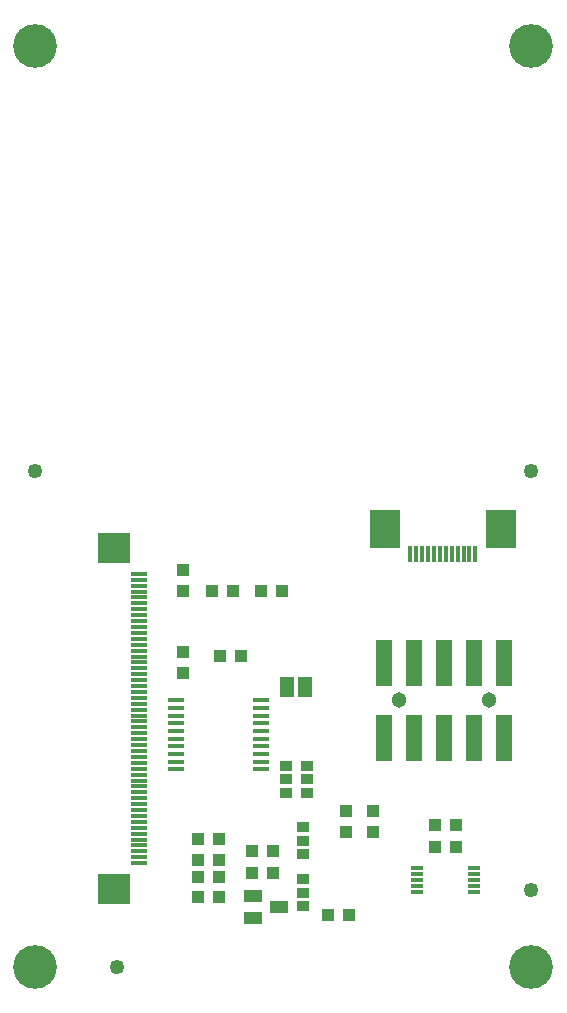
<source format=gbr>
G04 #@! TF.GenerationSoftware,KiCad,Pcbnew,5.1.6-c6e7f7d~87~ubuntu18.04.1*
G04 #@! TF.CreationDate,2022-09-30T15:40:45+03:00*
G04 #@! TF.ProjectId,MOD-LCD2.8RTP_Rev_C,4d4f442d-4c43-4443-922e-385254505f52,C*
G04 #@! TF.SameCoordinates,Original*
G04 #@! TF.FileFunction,Soldermask,Top*
G04 #@! TF.FilePolarity,Negative*
%FSLAX46Y46*%
G04 Gerber Fmt 4.6, Leading zero omitted, Abs format (unit mm)*
G04 Created by KiCad (PCBNEW 5.1.6-c6e7f7d~87~ubuntu18.04.1) date 2022-09-30 15:40:45*
%MOMM*%
%LPD*%
G01*
G04 APERTURE LIST*
%ADD10R,1.270000X1.701800*%
%ADD11R,1.371600X0.426600*%
%ADD12R,1.117600X0.863600*%
%ADD13R,1.117600X1.117600*%
%ADD14R,1.371600X3.911600*%
%ADD15C,1.301600*%
%ADD16R,1.501600X1.101600*%
%ADD17C,3.700000*%
%ADD18R,0.351600X1.401600*%
%ADD19R,2.601600X3.301600*%
%ADD20C,1.254000*%
%ADD21R,1.401600X0.351600*%
%ADD22R,2.701600X2.501600*%
%ADD23R,1.101600X0.351600*%
G04 APERTURE END LIST*
D10*
X71818500Y-113284000D03*
X70294500Y-113284000D03*
D11*
X60882500Y-114414999D03*
X60882500Y-115064999D03*
X60882500Y-115714999D03*
X60882500Y-116364999D03*
X60882500Y-117014999D03*
X60882500Y-117664999D03*
X60882500Y-118314999D03*
X60882500Y-118964999D03*
X60882500Y-119614999D03*
X60882500Y-120264999D03*
X68121500Y-120264999D03*
X68121500Y-119614999D03*
X68121500Y-118964999D03*
X68121500Y-118314999D03*
X68121500Y-117664999D03*
X68121500Y-117014999D03*
X68121500Y-116364999D03*
X68121500Y-115714999D03*
X68121500Y-115064999D03*
X68121500Y-114414999D03*
D12*
X72000000Y-122243000D03*
X72000000Y-121100000D03*
X72000000Y-119957000D03*
X70200000Y-122243000D03*
X70200000Y-121100000D03*
X70200000Y-119957000D03*
X71700000Y-125157000D03*
X71700000Y-126300000D03*
X71700000Y-127443000D03*
X71700000Y-131843000D03*
X71700000Y-130700000D03*
X71700000Y-129557000D03*
D13*
X61468000Y-105156000D03*
X61468000Y-103378000D03*
X61468000Y-110363000D03*
X61468000Y-112141000D03*
X73736200Y-132613400D03*
X75514200Y-132613400D03*
D14*
X78520000Y-117575000D03*
X78520000Y-111225000D03*
X81060000Y-117575000D03*
X81060000Y-111225000D03*
X83600000Y-117575000D03*
X83600000Y-111225000D03*
X86140000Y-117575000D03*
X86140000Y-111225000D03*
X88680000Y-117575000D03*
X88680000Y-111225000D03*
D15*
X87410000Y-114400000D03*
X79790000Y-114400000D03*
D16*
X67392560Y-130950040D03*
X67392560Y-132852500D03*
X69602360Y-131897460D03*
D13*
X62800000Y-126200000D03*
X64578000Y-126200000D03*
X62811000Y-127900000D03*
X64589000Y-127900000D03*
X62811000Y-129400000D03*
X64589000Y-129400000D03*
X62811000Y-131100000D03*
X64589000Y-131100000D03*
D17*
X91000000Y-59000000D03*
X49000000Y-59000000D03*
X49000000Y-137000000D03*
X91000000Y-137000000D03*
D13*
X66407000Y-110667800D03*
X64629000Y-110667800D03*
X77597000Y-125574000D03*
X77597000Y-123796000D03*
X75311000Y-125574001D03*
X75311000Y-123796001D03*
X67311000Y-127200000D03*
X69089000Y-127200000D03*
X67311000Y-129000000D03*
X69089000Y-129000000D03*
X69889000Y-105150000D03*
X68111000Y-105150000D03*
X65694476Y-105150000D03*
X63916476Y-105150000D03*
D18*
X86250000Y-102050000D03*
X85750000Y-102050000D03*
X85250000Y-102050000D03*
X84750000Y-102050000D03*
X84250000Y-102050000D03*
X83750000Y-102050000D03*
D19*
X88400000Y-99950000D03*
X78600000Y-99950000D03*
D18*
X83250000Y-102050000D03*
X82750000Y-102050000D03*
X82250000Y-102050000D03*
X81750000Y-102050000D03*
X81250000Y-102050000D03*
X80750000Y-102050000D03*
D20*
X91000000Y-130500000D03*
X49000000Y-95000000D03*
X91000000Y-95000000D03*
X55880000Y-137000000D03*
D21*
X57750000Y-128210000D03*
X57750000Y-127710000D03*
X57750000Y-127210000D03*
X57750000Y-126710000D03*
X57750000Y-126210000D03*
X57750000Y-125710000D03*
X57750000Y-125210000D03*
X57750000Y-124710000D03*
X57750000Y-124210000D03*
X57750000Y-123710000D03*
X57750000Y-123210000D03*
X57750000Y-122710000D03*
X57750000Y-122210000D03*
X57750000Y-121710000D03*
X57750000Y-121210000D03*
X57750000Y-120710000D03*
X57750000Y-120210000D03*
X57750000Y-119710000D03*
X57750000Y-119210000D03*
X57750000Y-118710000D03*
X57750000Y-118210000D03*
X57750000Y-117710000D03*
X57750000Y-117210000D03*
X57750000Y-116710000D03*
X57750000Y-116210000D03*
X57750000Y-115710000D03*
X57750000Y-115210000D03*
X57750000Y-114710000D03*
X57750000Y-114210000D03*
X57750000Y-113710000D03*
X57750000Y-113210000D03*
X57750000Y-112710000D03*
X57750000Y-112210000D03*
X57750000Y-111710000D03*
X57750000Y-111210000D03*
X57750000Y-110710000D03*
X57750000Y-110210000D03*
X57750000Y-109710000D03*
X57750000Y-109210000D03*
X57750000Y-108710000D03*
D22*
X55650000Y-130360000D03*
X55650000Y-101560000D03*
D21*
X57750000Y-107210000D03*
X57750000Y-106710000D03*
X57750000Y-103710000D03*
X57750000Y-106210000D03*
X57750000Y-104710000D03*
X57750000Y-108210000D03*
X57750000Y-107710000D03*
X57750000Y-104210000D03*
X57750000Y-105210000D03*
X57750000Y-105710000D03*
D13*
X84582000Y-126873000D03*
X82804000Y-126873000D03*
X84582001Y-124968000D03*
X82804001Y-124968000D03*
D23*
X86114000Y-128643001D03*
X86114000Y-129143001D03*
X86114000Y-129643001D03*
X86114000Y-130143001D03*
X86114000Y-130643001D03*
X81314000Y-130643001D03*
X81314000Y-130143001D03*
X81314000Y-129643001D03*
X81314000Y-129143001D03*
X81314000Y-128643001D03*
M02*

</source>
